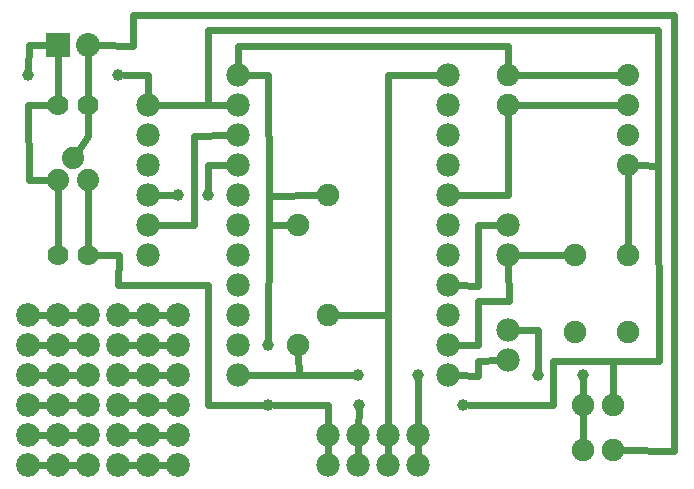
<source format=gbl>
G04 MADE WITH FRITZING*
G04 WWW.FRITZING.ORG*
G04 DOUBLE SIDED*
G04 HOLES PLATED*
G04 CONTOUR ON CENTER OF CONTOUR VECTOR*
%ASAXBY*%
%FSLAX23Y23*%
%MOIN*%
%OFA0B0*%
%SFA1.0B1.0*%
%ADD10C,0.039370*%
%ADD11C,0.079370*%
%ADD12C,0.078000*%
%ADD13C,0.075000*%
%ADD14C,0.070000*%
%ADD15C,0.080000*%
%ADD16C,0.073889*%
%ADD17C,0.074000*%
%ADD18R,0.080000X0.080000*%
%ADD19C,0.024000*%
%LNCOPPER0*%
G90*
G70*
G54D10*
X554Y1068D03*
X654Y1068D03*
G54D11*
X554Y268D03*
X454Y268D03*
X354Y268D03*
X254Y268D03*
X154Y268D03*
X54Y268D03*
X554Y168D03*
X454Y168D03*
X354Y168D03*
X254Y168D03*
X154Y168D03*
X54Y168D03*
X554Y368D03*
X454Y368D03*
X354Y368D03*
X254Y368D03*
X154Y368D03*
X54Y368D03*
X554Y468D03*
X454Y468D03*
X354Y468D03*
X254Y468D03*
X154Y468D03*
X54Y468D03*
X554Y568D03*
X454Y568D03*
X354Y568D03*
X254Y568D03*
X154Y568D03*
X54Y568D03*
X554Y668D03*
X454Y668D03*
X354Y668D03*
X254Y668D03*
X154Y668D03*
X54Y668D03*
G54D12*
X1354Y168D03*
X1254Y168D03*
X1154Y168D03*
X1054Y168D03*
X1354Y268D03*
X1254Y268D03*
X1154Y268D03*
X1054Y268D03*
G54D13*
X1054Y1068D03*
X1054Y668D03*
X954Y968D03*
X954Y568D03*
G54D10*
X1354Y468D03*
X1154Y468D03*
X854Y568D03*
X854Y368D03*
G54D14*
X154Y1368D03*
X254Y1368D03*
X154Y868D03*
X254Y868D03*
G54D15*
X154Y1568D03*
X254Y1568D03*
G54D16*
X2054Y1168D03*
X2054Y1268D03*
X2054Y1368D03*
X2054Y1468D03*
G54D17*
X254Y1118D03*
X204Y1193D03*
X154Y1118D03*
G54D12*
X1454Y1468D03*
X1454Y1368D03*
X1454Y1268D03*
X1454Y1168D03*
X1454Y1068D03*
X1454Y968D03*
X1454Y868D03*
X1454Y768D03*
X1454Y668D03*
X1454Y568D03*
X1454Y468D03*
X754Y1468D03*
X754Y1368D03*
X754Y1268D03*
X754Y1168D03*
X754Y1068D03*
X754Y968D03*
X754Y868D03*
X754Y768D03*
X754Y668D03*
X754Y568D03*
X754Y468D03*
X454Y1368D03*
X454Y1268D03*
X454Y1168D03*
X454Y1068D03*
X454Y968D03*
X454Y868D03*
X1654Y968D03*
X1654Y868D03*
G54D13*
X1654Y1368D03*
X1654Y1468D03*
X2054Y868D03*
X2054Y612D03*
X1877Y868D03*
X1877Y612D03*
G54D10*
X54Y1468D03*
X354Y1468D03*
G54D13*
X1904Y368D03*
X2004Y368D03*
X1904Y218D03*
X2004Y218D03*
G54D12*
X1654Y618D03*
X1654Y518D03*
G54D10*
X1504Y369D03*
X1155Y369D03*
X1754Y468D03*
X1904Y468D03*
G54D18*
X154Y1568D03*
G54D19*
X154Y1537D02*
X154Y1394D01*
D02*
X254Y1394D02*
X254Y1537D01*
D02*
X54Y1368D02*
X55Y1119D01*
D02*
X55Y1119D02*
X127Y1118D01*
D02*
X253Y1267D02*
X219Y1216D01*
D02*
X254Y1091D02*
X254Y894D01*
D02*
X154Y1091D02*
X154Y894D01*
D02*
X128Y1368D02*
X54Y1368D01*
D02*
X254Y1342D02*
X253Y1267D01*
D02*
X2153Y1167D02*
X2156Y517D01*
D02*
X2152Y1620D02*
X2153Y1167D01*
D02*
X724Y1368D02*
X653Y1369D01*
D02*
X653Y1369D02*
X654Y1620D01*
D02*
X654Y1620D02*
X2152Y1620D01*
D02*
X754Y1498D02*
X754Y1567D01*
D02*
X1654Y1468D02*
X1682Y1468D01*
D02*
X754Y1567D02*
X1654Y1567D01*
D02*
X1654Y1567D02*
X1654Y1468D01*
D02*
X855Y1066D02*
X855Y970D01*
D02*
X654Y369D02*
X654Y768D01*
D02*
X354Y768D02*
X355Y869D01*
D02*
X784Y1468D02*
X854Y1468D01*
D02*
X724Y1368D02*
X484Y1368D01*
D02*
X484Y1068D02*
X535Y1068D01*
D02*
X854Y1468D02*
X855Y1066D01*
D02*
X654Y768D02*
X354Y768D01*
D02*
X607Y971D02*
X484Y969D01*
D02*
X1754Y869D02*
X1848Y868D01*
D02*
X724Y1168D02*
X654Y1168D01*
D02*
X654Y1168D02*
X654Y1087D01*
D02*
X607Y1265D02*
X607Y971D01*
D02*
X724Y1268D02*
X607Y1265D01*
D02*
X1654Y1339D02*
X1654Y1068D01*
D02*
X1654Y1068D02*
X1484Y1068D01*
D02*
X2054Y897D02*
X2054Y1134D01*
D02*
X1054Y198D02*
X1054Y238D01*
D02*
X1803Y369D02*
X1523Y369D01*
D02*
X1154Y198D02*
X1154Y238D01*
D02*
X1803Y517D02*
X1803Y369D01*
D02*
X2004Y517D02*
X1803Y517D01*
D02*
X2156Y517D02*
X2004Y517D01*
D02*
X1253Y669D02*
X1254Y1468D01*
D02*
X1354Y298D02*
X1354Y449D01*
D02*
X1254Y1468D02*
X1424Y1468D01*
D02*
X1254Y298D02*
X1253Y568D01*
D02*
X1253Y568D02*
X1253Y669D01*
D02*
X1254Y238D02*
X1254Y198D01*
D02*
X1354Y238D02*
X1354Y198D01*
D02*
X855Y970D02*
X925Y969D01*
D02*
X855Y1066D02*
X1025Y1068D01*
D02*
X855Y970D02*
X854Y587D01*
D02*
X355Y869D02*
X280Y868D01*
D02*
X1053Y369D02*
X1053Y298D01*
D02*
X873Y368D02*
X1053Y369D01*
D02*
X654Y369D02*
X835Y368D01*
D02*
X2020Y1468D02*
X1682Y1468D01*
D02*
X1553Y569D02*
X1484Y568D01*
D02*
X1655Y717D02*
X1553Y717D01*
D02*
X1654Y838D02*
X1655Y717D01*
D02*
X1553Y717D02*
X1553Y569D01*
D02*
X1682Y1368D02*
X2020Y1368D01*
D02*
X54Y1487D02*
X56Y1569D01*
D02*
X56Y1569D02*
X123Y1568D01*
D02*
X1253Y669D02*
X1082Y668D01*
D02*
X784Y468D02*
X955Y468D01*
D02*
X955Y468D02*
X1135Y468D01*
D02*
X955Y468D02*
X954Y540D01*
D02*
X1553Y968D02*
X1553Y767D01*
D02*
X1624Y968D02*
X1553Y968D01*
D02*
X1553Y767D02*
X1484Y768D01*
D02*
X2032Y218D02*
X2205Y217D01*
D02*
X2153Y1167D02*
X2088Y1168D01*
D02*
X123Y668D02*
X85Y668D01*
D02*
X223Y668D02*
X185Y668D01*
D02*
X423Y668D02*
X385Y668D01*
D02*
X523Y668D02*
X485Y668D01*
D02*
X523Y568D02*
X485Y568D01*
D02*
X423Y568D02*
X385Y568D01*
D02*
X223Y568D02*
X185Y568D01*
D02*
X123Y568D02*
X85Y568D01*
D02*
X123Y468D02*
X85Y468D01*
D02*
X223Y468D02*
X185Y468D01*
D02*
X423Y468D02*
X385Y468D01*
D02*
X523Y468D02*
X485Y468D01*
D02*
X123Y368D02*
X85Y368D01*
D02*
X223Y368D02*
X185Y368D01*
D02*
X423Y368D02*
X385Y368D01*
D02*
X523Y368D02*
X485Y368D01*
D02*
X123Y268D02*
X85Y268D01*
D02*
X223Y268D02*
X185Y268D01*
D02*
X423Y268D02*
X385Y268D01*
D02*
X523Y268D02*
X485Y268D01*
D02*
X123Y168D02*
X85Y168D01*
D02*
X223Y168D02*
X185Y168D01*
D02*
X423Y168D02*
X385Y168D01*
D02*
X523Y168D02*
X485Y168D01*
D02*
X1155Y350D02*
X1154Y298D01*
D02*
X453Y1468D02*
X454Y1398D01*
D02*
X373Y1468D02*
X453Y1468D01*
D02*
X404Y1669D02*
X2205Y1669D01*
D02*
X285Y1568D02*
X404Y1567D01*
D02*
X404Y1567D02*
X404Y1669D01*
D02*
X2205Y1669D02*
X2205Y217D01*
D02*
X1904Y340D02*
X1904Y247D01*
D02*
X1904Y449D02*
X1904Y397D01*
D02*
X2004Y517D02*
X2004Y397D01*
D02*
X1684Y868D02*
X1848Y868D01*
D02*
X1553Y517D02*
X1553Y467D01*
D02*
X1553Y467D02*
X1484Y468D01*
D02*
X1624Y518D02*
X1553Y517D01*
D02*
X1754Y619D02*
X1754Y487D01*
D02*
X1684Y618D02*
X1754Y619D01*
G04 End of Copper0*
M02*
</source>
